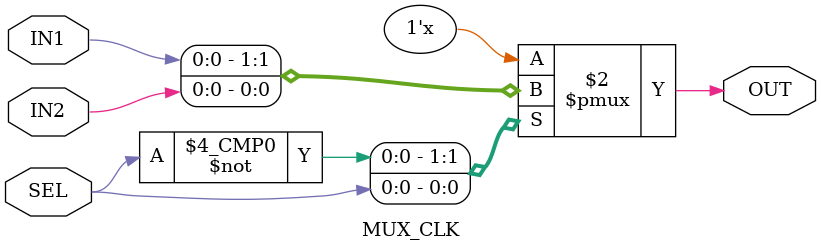
<source format=v>
`timescale 1ns / 1ps
module MUX_CLK(IN1,IN2,SEL,OUT); 
	input IN1,IN2;
	input SEL; 
	output reg OUT; 
	
	always @ (IN1 or IN2 or SEL) 
		case (SEL)
			 1'b0: OUT=IN1;
		
			 
			 1'b1: OUT=IN2;
			 
		endcase 

endmodule

</source>
